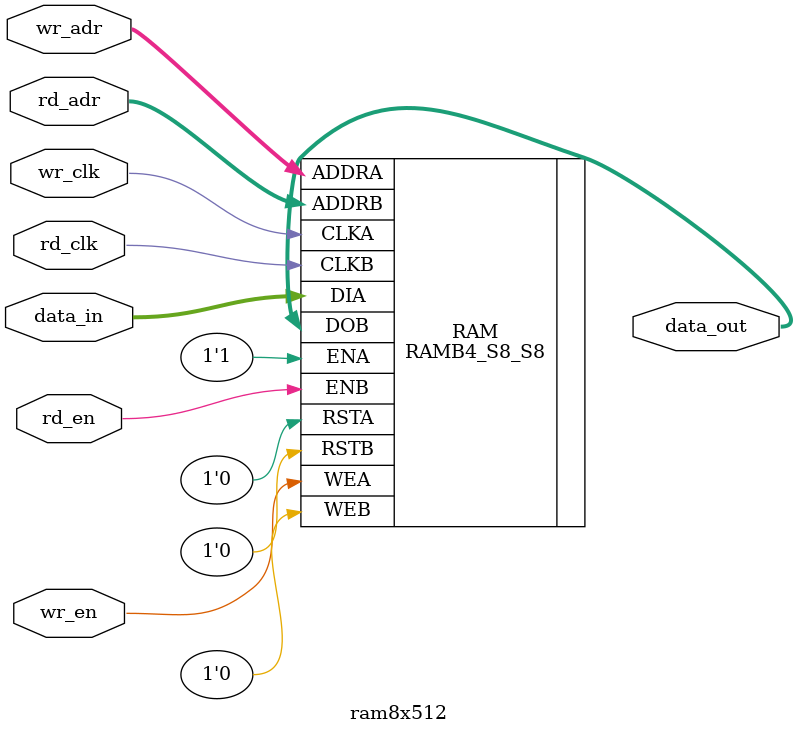
<source format=v>


// This designs uses 2 clocks
// CLK40: 40MHz
// CLK_USB: 24MHz

module TENBASET(CLK40, Ethernet_TDp, Ethernet_TDm, Ethernet_RDp, LED, CLK_USB, USB_FRDn, USB_D);
input CLK40;
output Ethernet_TDp, Ethernet_TDm;
input Ethernet_RDp;
output [2:0] LED;

input CLK_USB, USB_FRDn;
inout [7:0] USB_D;

//////////////////////////////////////////////////////////////////////
// Tx section

// Put here the number of bytes transmitted in the UDP payload
// 18 minimum (smaller UDP payloads are possible but would need to be padded)
// 1472 maximum (1500 bytes = max Ethernet payload - 28 bytes = IP/UDP headers length)
parameter Tx_UDPpayloadlength = 18;

// "IP destination" - put the IP of the PC you want to send to
parameter IPdestination_1 = 8'd192;
parameter IPdestination_2 = 8'd168;
parameter IPdestination_3 = 8'd1;
parameter IPdestination_4 = 8'd100;

// "Physical Address" - put the address of the PC you want to send to
parameter PA_1 = 8'hBC;
parameter PA_2 = 8'hAE;
parameter PA_3 = 8'hC5;
parameter PA_4 = 8'hA0;
parameter PA_5 = 8'hF8;
parameter PA_6 = 8'h96;

// "myIP" - IP of the FPGA
// Make sure this IP is accessible and not already used on your network
parameter myIP_1 = 8'd192;
parameter myIP_2 = 8'd168;
parameter myIP_3 = 8'd1;
parameter myIP_4 = 8'd101;

// "myPA" - physical address of the FPGA
// It should be unique on your network
// A random number should be fine, since the odds of choosing something already existing are really small
parameter myPA_1 = 8'h16;	// not broadcast
parameter myPA_2 = 8'hFD;
parameter myPA_3 = 8'h22;
parameter myPA_4 = 8'h04;
parameter myPA_5 = 8'hB1;
parameter myPA_6 = 8'h61;

wire clkRx = CLK_USB;  // should be 24MHz
wire clkTx;  // should be 20MHz

  // get a 20MHz clock by dividing a 40MHz clock by 2
reg clk20; always @(posedge CLK40) clk20 <= ~clk20;
BUFG BUFG_clkTx(.O(clkTx), .I(clk20));

//////////////////////////////////////////////////////////////////////
// A few declarations used later
reg [13:0] RxBitCount;  // 14 bits are enough for a complete Ethernet frame (1500 bytes = 12000 bits)
wire [13:0] RxBitCount_MinUPDlen = (42+18+4)*8;  // smallest UDP packet has 42 bytes (header) + 18 bytes (payload) + 4 bytes (CRC)
reg [7:0] RxDataByteIn;
wire RxNewByteAvailable;
reg RxGoodPacket;
reg RxPacketReceivedOK;
reg [31:0] RxPacketCount;  always @(posedge clkRx) if(RxPacketReceivedOK) RxPacketCount <= RxPacketCount + 1;
reg [10:0] TxAddress;
wire [7:0] TxData;

// 512 bytes RAM, big enough to store a UPD header (42 bytes) and up to 470 bytes of UDP payload
// The RAM is also used to provide data to transmit
ram8x512 RAM_RxTx(
	.wr_clk(clkRx), .wr_adr(RxBitCount[11:3]), .data_in(RxDataByteIn), .wr_en(RxGoodPacket & RxNewByteAvailable & ~|RxBitCount[13:12]), 
	.rd_clk(clkTx), .rd_adr(TxAddress[8:0]), .data_out(TxData), .rd_en(1'b1));

//////////////////////////////////////////////////////////////////////
// Tx section

// Send a UDP packet roughly every second
reg [23:0] counter; always @(posedge clkTx) counter<=counter+24'h1;
reg StartSending; always @(posedge clkTx) StartSending<=&counter;

// calculate the IP checksum, big-endian style
wire [31:0] IPchecksum1 = 32'h0000C52D + Tx_UDPpayloadlength + 
						(myIP_1<<8)+myIP_2+(myIP_3<<8)+myIP_4+
                                                                (IPdestination_1<<8)+IPdestination_2+(IPdestination_3<<8)+(IPdestination_4);
wire [31:0] IPchecksum2 = ((IPchecksum1&32'h0000FFFF)+(IPchecksum1>>16));
wire [15:0] IPchecksum = ~((IPchecksum2&32'h0000FFFF)+(IPchecksum2>>16));

wire [15:0] IP_length = 16'h001C + Tx_UDPpayloadlength;
wire [15:0] UDP_length = 16'h0008 + Tx_UDPpayloadlength;

reg [7:0] pkt_data;
always @(posedge clkTx) 
case(TxAddress)
// Ethernet preamble
  11'h7F8: pkt_data <= 8'h55;
  11'h7F9: pkt_data <= 8'h55;
  11'h7FA: pkt_data <= 8'h55;
  11'h7FB: pkt_data <= 8'h55;
  11'h7FC: pkt_data <= 8'h55;
  11'h7FD: pkt_data <= 8'h55;
  11'h7FE: pkt_data <= 8'h55;
  11'h7FF: pkt_data <= 8'hD5;
// Ethernet header
  11'h000: pkt_data <= PA_1;
  11'h001: pkt_data <= PA_2;
  11'h002: pkt_data <= PA_3;
  11'h003: pkt_data <= PA_4;
  11'h004: pkt_data <= PA_5;
  11'h005: pkt_data <= PA_6;
  11'h006: pkt_data <= myPA_1;
  11'h007: pkt_data <= myPA_2;
  11'h008: pkt_data <= myPA_3;
  11'h009: pkt_data <= myPA_4;
  11'h00A: pkt_data <= myPA_5;
  11'h00B: pkt_data <= myPA_6;
// Ethernet type
  11'h00C: pkt_data <= 8'h08;  // IP protocol = 0x08
  11'h00D: pkt_data <= 8'h00;
// IP header
  11'h00E: pkt_data <= 8'h45;  // IP type
  11'h00F: pkt_data <= 8'h00;
  11'h010: pkt_data <= IP_length[15:8];
  11'h011: pkt_data <= IP_length[ 7:0];
  11'h012: pkt_data <= 8'h00;
  11'h013: pkt_data <= 8'h00;
  11'h014: pkt_data <= 8'h00;
  11'h015: pkt_data <= 8'h00;
  11'h016: pkt_data <= 8'h80;  // time to live
  11'h017: pkt_data <= 8'h11;  // UDP = 0x11
  11'h018: pkt_data <= IPchecksum[15:8];
  11'h019: pkt_data <= IPchecksum[ 7:0];
  11'h01A: pkt_data <= myIP_1;
  11'h01B: pkt_data <= myIP_2;
  11'h01C: pkt_data <= myIP_3;
  11'h01D: pkt_data <= myIP_4;
  11'h01E: pkt_data <= IPdestination_1;
  11'h01F: pkt_data <= IPdestination_2;
  11'h020: pkt_data <= IPdestination_3;
  11'h021: pkt_data <= IPdestination_4;
// UDP header
  11'h022: pkt_data <= 8'h04;
  11'h023: pkt_data <= 8'h00;
  11'h024: pkt_data <= 8'h04;
  11'h025: pkt_data <= 8'h00;
  11'h026: pkt_data <= UDP_length[15:8];
  11'h027: pkt_data <= UDP_length[ 7:0];
  11'h028: pkt_data <= 8'h00;
  11'h029: pkt_data <= 8'h00;

// Payload
// We send what we last received (stored in the blockram)
// with last two bytes sent = the number of received packets
  11'h028+Tx_UDPpayloadlength: pkt_data <= RxPacketCount[15:8];
  11'h029+Tx_UDPpayloadlength: pkt_data <= RxPacketCount[ 7:0];
// remainder of payload comes from the blockram
  default: pkt_data <= TxData;  // from blockram
endcase

// The 10BASE-T's magic
wire [10:0] TxAddress_StartPayload = 11'h02A;
wire [10:0] TxAddress_EndPayload = TxAddress_StartPayload + Tx_UDPpayloadlength;
wire [10:0] TxAddress_EndPacket = TxAddress_EndPayload + 11'h004;  // 4 bytes for CRC

reg [3:0] ShiftCount;
reg SendingPacket;
always @(posedge clkTx) if(StartSending) SendingPacket<=1'h1; else if(ShiftCount==4'd14 && TxAddress==TxAddress_EndPacket) SendingPacket<=1'b0;
always @(posedge clkTx) ShiftCount <= (SendingPacket ? ShiftCount+4'd1 : 4'd15);
wire readram = (ShiftCount==15);
always @(posedge clkTx) if(ShiftCount==15) TxAddress <= (SendingPacket ? TxAddress+11'h01 : 11'h7F8);
reg [7:0] ShiftData; always @(posedge clkTx) if(ShiftCount[0]) ShiftData <= (readram ? pkt_data : {1'b0, ShiftData[7:1]});

// CRC32
reg [31:0] CRC;
reg CRCflush; always @(posedge clkTx) if(CRCflush) CRCflush <= SendingPacket; else if(readram) CRCflush <= (TxAddress==TxAddress_EndPayload);
reg CRCinit; always @(posedge clkTx) if(readram) CRCinit <= (TxAddress==11'h7FF);
wire CRCinput = (CRCflush ? 0 : (ShiftData[0] ^ CRC[31]));
always @(posedge clkTx) if(ShiftCount[0]) CRC <= (CRCinit ? ~0 : ({CRC[30:0],1'b0} ^ ({32{CRCinput}} & 32'h04C11DB7)));

// NLP
reg [16:0] LinkPulseCount; always @(posedge clkTx) LinkPulseCount <= (SendingPacket ? 17'h0 : LinkPulseCount+17'h1);
reg LinkPulse; always @(posedge clkTx) LinkPulse <= &LinkPulseCount[16:1];

// TP_IDL, shift-register and manchester encoder
reg SendingPacketData; always @(posedge clkTx) SendingPacketData <= SendingPacket;
reg [2:0] idlecount; always @(posedge clkTx) if(SendingPacketData) idlecount<=3'h0; else if(~&idlecount) idlecount<=idlecount+3'h1;
wire dataout = (CRCflush ? ~CRC[31] : ShiftData[0]);
reg qo; always @(posedge clkTx) qo <= (SendingPacketData ? ~dataout^ShiftCount[0] : 1'h1);
reg qoe; always @(posedge clkTx) qoe <= SendingPacketData | LinkPulse | (idlecount<6);
reg Ethernet_TDp; always @(posedge clkTx) Ethernet_TDp <= (qoe ?  qo : 1'b0);
reg Ethernet_TDm; always @(posedge clkTx) Ethernet_TDm <= (qoe ? ~qo : 1'b0);

//////////////////////////////////////////////////////////////////////
// Rx section

// Adapt reception automatically to the polarity of the received Manchester signal
reg RxDataPolarity;

// Bit synchronization
reg [2:0] RxInSRp; always @(posedge clkRx) RxInSRp <= {RxInSRp[1:0], Ethernet_RDp ^ RxDataPolarity};
reg [2:0] RxInSRn; always @(negedge clkRx) RxInSRn <= {RxInSRn[1:0], Ethernet_RDp ^ RxDataPolarity};

wire RxInTransition1 = RxInSRp[2] ^ RxInSRn[2];
wire RxInTransition2 = RxInSRn[2] ^ RxInSRp[1];

reg [1:0] RxTransitionCount;
always @(posedge clkRx)
//	if(|RxTransitionCount | RxInTransition1) RxTransitionCount  = RxTransitionCount + 1;
//	if(|RxTransitionCount | RxInTransition2) RxTransitionCount <= RxTransitionCount + 1;
if((RxTransitionCount==0 & RxInTransition1) | RxTransitionCount==1 | RxTransitionCount==2 | (RxTransitionCount==3 & RxInTransition2))
	RxTransitionCount <= RxTransitionCount + 2'h2;
else
if(RxTransitionCount==3 | RxInTransition2)
	RxTransitionCount <= RxTransitionCount + 2'h1;

reg RxNewBitAvailable;
always @(posedge clkRx)
	RxNewBitAvailable <= (RxTransitionCount==2) | (RxTransitionCount==3);

always @(posedge clkRx)
if(RxTransitionCount==2)
	RxDataByteIn <= {RxInSRp[1], RxDataByteIn[7:1]};
else
if(RxTransitionCount==3)
	RxDataByteIn <= {RxInSRn[2], RxDataByteIn[7:1]};

wire RxNewBit = RxDataByteIn[7];

// Rx Byte and Frame synchronizations
wire Rx_end_of_Ethernet_frame;

// First we get 31 preample bits
reg [4:0] RxPreambleBitsCount;
wire RxEnoughPreambleBitsReceived = &RxPreambleBitsCount;

always @(posedge clkRx)
if(Rx_end_of_Ethernet_frame)
	RxPreambleBitsCount <= 5'h0;
else 
if(RxNewBitAvailable) 
begin
	if(RxDataByteIn==8'h55 || RxDataByteIn==~8'h55)  // preamble pattern?
	begin
		if(~RxEnoughPreambleBitsReceived) RxPreambleBitsCount <= RxPreambleBitsCount + 5'h1;
	end
	else
		RxPreambleBitsCount <= 5'h0;
end

// then, we check for the SFD
reg RxFrame;
wire Rx_SFDdetected = RxEnoughPreambleBitsReceived & ~RxFrame & RxNewBitAvailable & (RxDataByteIn==8'hD5 | RxDataByteIn==~8'hD5);

// which marks the beginning of a frame
always @(posedge clkRx)
case(RxFrame)
	1'b0: RxFrame <=  Rx_SFDdetected;
	1'b1: RxFrame <= ~Rx_end_of_Ethernet_frame;
endcase

// so that we can count the incoming bits
always @(posedge clkRx)
if(RxFrame)
begin
	if(RxNewBitAvailable) RxBitCount <= RxBitCount + 14'h1;
end
else
	RxBitCount <= 14'h0;

// If no clock transition is detected for some time, that's the end of the frame
reg [2:0] RxTransitionTimeout;
always @(posedge clkRx) if(RxInTransition1 | RxInTransition2) RxTransitionTimeout<=3'h0; else if(~&RxTransitionCount) RxTransitionTimeout<=RxTransitionTimeout+3'h1;
assign Rx_end_of_Ethernet_frame = &RxTransitionTimeout;

// Invert the incoming data polarity if neccesary
always @(posedge clkRx)
if(Rx_SFDdetected)
	RxDataPolarity <= RxDataPolarity ^ RxDataByteIn[1];

assign RxNewByteAvailable = RxNewBitAvailable & RxFrame & &RxBitCount[2:0];

// Check the CRC32
reg [31:0] RxCRC; always @(posedge clkRx) if(RxNewBitAvailable) RxCRC <= (Rx_SFDdetected ? ~0 : ({RxCRC[30:0],1'b0} ^ ({32{RxNewBit ^ RxCRC[31]}} & 32'h04C11DB7)));
reg RxCRC_CheckNow; always @(posedge clkRx) RxCRC_CheckNow <= RxNewByteAvailable;
reg RxCRC_OK; always @(posedge clkRx) if(RxCRC_CheckNow) RxCRC_OK <= (RxCRC==32'hC704DD7B);

// Check the validity of the packet
always @(posedge clkRx)
if(~RxFrame)
	RxGoodPacket <= 1'h1;
else
if(RxNewByteAvailable)
case(RxBitCount[13:3])
	// verify that the packet MAC address matches our own
	11'h000: if(RxDataByteIn!=myPA_1) RxGoodPacket <= 1'h0;
	11'h001: if(RxDataByteIn!=myPA_2) RxGoodPacket <= 1'h0;
	11'h002: if(RxDataByteIn!=myPA_3) RxGoodPacket <= 1'h0;
	11'h003: if(RxDataByteIn!=myPA_4) RxGoodPacket <= 1'h0;
	11'h004: if(RxDataByteIn!=myPA_5) RxGoodPacket <= 1'h0;
	11'h005: if(RxDataByteIn!=myPA_6) RxGoodPacket <= 1'h0;
	// verify that's an IP/UDP packet
	11'h00C: if(RxDataByteIn!=8'h08 ) RxGoodPacket <= 1'h0;
	11'h00D: if(RxDataByteIn!=8'h00 ) RxGoodPacket <= 1'h0;
	11'h00E: if(RxDataByteIn!=8'h45 ) RxGoodPacket <= 1'h0;
	11'h017: if(RxDataByteIn!=8'h11 ) RxGoodPacket <= 1'h0;
	// verify that's the destination IP matches our IP
	11'h01E: if(RxDataByteIn!=myIP_1) RxGoodPacket <= 1'h0;
	11'h01F: if(RxDataByteIn!=myIP_2) RxGoodPacket <= 1'h0;
	11'h020: if(RxDataByteIn!=myIP_3) RxGoodPacket <= 1'h0;
	11'h021: if(RxDataByteIn!=myIP_4) RxGoodPacket <= 1'h0;
	default: ;
endcase

wire RxPacketLengthOK = (RxBitCount>=RxBitCount_MinUPDlen);
always @(posedge clkRx) RxPacketReceivedOK <= RxFrame & Rx_end_of_Ethernet_frame & RxCRC_OK & RxPacketLengthOK & RxGoodPacket;

/////////////////////////////////////////////////
reg [2:0] LED, RxLED;	
always @(posedge clkRx) if(RxNewBitAvailable & RxBitCount==14'h150) RxLED[0] <= RxNewBit;	 // the payload starts at byte 0x2A (bit 0x150)
always @(posedge clkRx) if(RxNewBitAvailable & RxBitCount==14'h151) RxLED[1] <= RxNewBit;
always @(posedge clkRx) if(RxNewBitAvailable & RxBitCount==14'h152) RxLED[2] <= RxNewBit;
always @(posedge clkRx) if(RxPacketReceivedOK) LED <= RxLED;

/////////////////////////////////////////////////
// On Dragon, we can also use USB to monitor the packet count
reg [1:0] USB_readcnt;
always @(posedge CLK_USB) if(~USB_FRDn) USB_readcnt <= USB_readcnt + 1;
wire [7:0] USB_readmux = (USB_readcnt==0) ? RxPacketCount[7:0] : (USB_readcnt==1) ? RxPacketCount[15:8] : (USB_readcnt==2) ? RxPacketCount[23:16] : RxPacketCount[31:24];
assign USB_D = (~USB_FRDn ? USB_readmux : 8'hZZ);

endmodule


//////////////////////////////////////////////////////////////////////////////////////////////////
module ram8x512(
	wr_clk, wr_adr, data_in, wr_en, 
	rd_clk, rd_adr, data_out, rd_en);
input	[8:0] wr_adr;
input	[7:0] data_in;
input	wr_clk;
input	wr_en;

input	[8:0] rd_adr;
output	[7:0] data_out;
input	rd_clk;
input	rd_en;

RAMB4_S8_S8 RAM(
	.ADDRA(wr_adr), .DIA(data_in ), .CLKA(wr_clk), .WEA(wr_en), .ENA( 1'b1), .RSTA(1'b0),
	.ADDRB(rd_adr), .DOB(data_out), .CLKB(rd_clk), .WEB( 1'b0), .ENB(rd_en), .RSTB(1'b0)
);

endmodule

</source>
